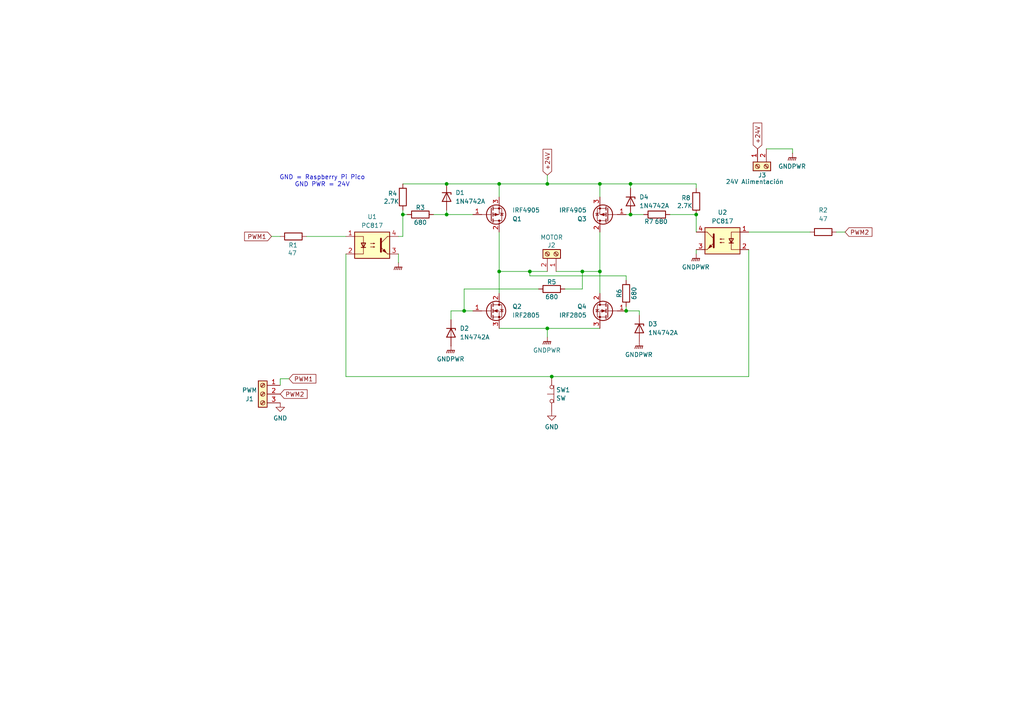
<source format=kicad_sch>
(kicad_sch (version 20231120) (generator "eeschema") (generator_version "8.0")
  (paper "A4")
  (lib_symbols
    (symbol "Connector:Screw_Terminal_01x02" (pin_names (offset 1.016) hide)
      (property "Reference" "J" (at 0 2.54 0))
      (property "Value" "Screw_Terminal_01x02" (at 0 -5.08 0))
      (symbol "Screw_Terminal_01x02_1_1"
        (rectangle (start -1.27 1.27) (end 1.27 -3.81) (stroke (width 0.254)) (fill (type background)))
        (circle (center 0 -2.54) (radius 0.635) (stroke (width 0.1524)))
        (polyline (pts (xy -0.5334 -2.2098) (xy 0.3302 -3.048)) (stroke (width 0.1524)))
        (polyline (pts (xy -0.5334 0.3302) (xy 0.3302 -0.508)) (stroke (width 0.1524)))
        (polyline (pts (xy -0.3556 -2.032) (xy 0.508 -2.8702)) (stroke (width 0.1524)))
        (polyline (pts (xy -0.3556 0.508) (xy 0.508 -0.3302)) (stroke (width 0.1524)))
        (circle (center 0 0) (radius 0.635) (stroke (width 0.1524)))
        (pin passive line (at -5.08 0 0) (length 3.81) (name "Pin_1") (number "1"))
        (pin passive line (at -5.08 -2.54 0) (length 3.81) (name "Pin_2") (number "2"))
      )
    )
    (symbol "Connector:Screw_Terminal_01x03" (pin_names (offset 1.016) hide)
      (property "Reference" "J" (at 0 5.08 0))
      (property "Value" "Screw_Terminal_01x03" (at 0 -5.08 0))
      (symbol "Screw_Terminal_01x03_1_1"
        (rectangle (start -1.27 3.81) (end 1.27 -3.81) (stroke (width 0.254)) (fill (type background)))
        (circle (center 0 -2.54) (radius 0.635) (stroke (width 0.1524)))
        (polyline (pts (xy -0.5334 -2.2098) (xy 0.3302 -3.048)) (stroke (width 0.1524)))
        (polyline (pts (xy -0.5334 0.3302) (xy 0.3302 -0.508)) (stroke (width 0.1524)))
        (polyline (pts (xy -0.5334 2.8702) (xy 0.3302 2.032)) (stroke (width 0.1524)))
        (polyline (pts (xy -0.3556 -2.032) (xy 0.508 -2.8702)) (stroke (width 0.1524)))
        (polyline (pts (xy -0.3556 0.508) (xy 0.508 -0.3302)) (stroke (width 0.1524)))
        (polyline (pts (xy -0.3556 3.048) (xy 0.508 2.2098)) (stroke (width 0.1524)))
        (circle (center 0 0) (radius 0.635) (stroke (width 0.1524)))
        (circle (center 0 2.54) (radius 0.635) (stroke (width 0.1524)))
        (pin passive line (at -5.08 2.54 0) (length 3.81) (name "Pin_1") (number "1"))
        (pin passive line (at -5.08 0 0) (length 3.81) (name "Pin_2") (number "2"))
        (pin passive line (at -5.08 -2.54 0) (length 3.81) (name "Pin_3") (number "3"))
      )
    )
    (symbol "Device:R" (pin_numbers hide) (pin_names (offset 0))
      (property "Reference" "R" (at 2.032 0 90))
      (property "Value" "R" (at 0 0 90))
      (symbol "R_0_1"
        (rectangle (start -1.016 -2.54) (end 1.016 2.54) (stroke (width 0.254)))
      )
      (symbol "R_1_1"
        (pin passive line (at 0 3.81 270) (length 1.27) (name "~") (number "1"))
        (pin passive line (at 0 -3.81 90) (length 1.27) (name "~") (number "2"))
      )
    )
    (symbol "Diode:1N47xxA" (pin_numbers hide) (pin_names hide)
      (property "Reference" "D" (at 0 2.54 0))
      (property "Value" "1N47xxA" (at 0 -2.54 0))
      (symbol "1N47xxA_0_1"
        (polyline (pts (xy 1.27 0) (xy -1.27 0)))
        (polyline (pts (xy -1.27 -1.27) (xy -1.27 1.27) (xy -0.762 1.27)) (stroke (width 0.254)))
        (polyline (pts (xy 1.27 -1.27) (xy 1.27 1.27) (xy -1.27 0) (xy 1.27 -1.27)) (stroke (width 0.254)))
      )
      (symbol "1N47xxA_1_1"
        (pin passive line (at -3.81 0 0) (length 2.54) (name "K") (number "1"))
        (pin passive line (at 3.81 0 180) (length 2.54) (name "A") (number "2"))
      )
    )
    (symbol "Isolator:PC817" (pin_names (offset 1.016))
      (property "Reference" "U" (at -5.08 5.08 0))
      (property "Value" "PC817" (at 0 5.08 0))
      (symbol "PC817_0_1"
        (rectangle (start -5.08 3.81) (end 5.08 -3.81) (stroke (width 0.254)) (fill (type background)))
        (polyline (pts (xy -3.175 -0.635) (xy -1.905 -0.635)) (stroke (width 0.254)))
        (polyline (pts (xy 2.54 0.635) (xy 4.445 2.54)))
        (polyline (pts (xy 4.445 -2.54) (xy 2.54 -0.635)) (fill (type outline)))
        (polyline (pts (xy 4.445 -2.54) (xy 5.08 -2.54)))
        (polyline (pts (xy 4.445 2.54) (xy 5.08 2.54)))
        (polyline (pts (xy -5.08 2.54) (xy -2.54 2.54) (xy -2.54 -0.635)))
        (polyline (pts (xy -2.54 -0.635) (xy -2.54 -2.54) (xy -5.08 -2.54)))
        (polyline (pts (xy 2.54 1.905) (xy 2.54 -1.905) (xy 2.54 -1.905)) (stroke (width 0.508)))
        (polyline (pts (xy -2.54 -0.635) (xy -3.175 0.635) (xy -1.905 0.635) (xy -2.54 -0.635)) (stroke (width 0.254)))
        (polyline (pts (xy -0.508 -0.508) (xy 0.762 -0.508) (xy 0.381 -0.635) (xy 0.381 -0.381) (xy 0.762 -0.508)))
        (polyline (pts (xy -0.508 0.508) (xy 0.762 0.508) (xy 0.381 0.381) (xy 0.381 0.635) (xy 0.762 0.508)))
        (polyline (pts (xy 3.048 -1.651) (xy 3.556 -1.143) (xy 4.064 -2.159) (xy 3.048 -1.651) (xy 3.048 -1.651)) (fill (type outline)))
      )
      (symbol "PC817_1_1"
        (pin passive line (at -7.62 2.54 0) (length 2.54) (name "~") (number "1"))
        (pin passive line (at -7.62 -2.54 0) (length 2.54) (name "~") (number "2"))
        (pin passive line (at 7.62 -2.54 180) (length 2.54) (name "~") (number "3"))
        (pin passive line (at 7.62 2.54 180) (length 2.54) (name "~") (number "4"))
      )
    )
    (symbol "Switch:SW_Push_Open" (pin_numbers hide) (pin_names (offset 1.016) hide)
      (property "Reference" "SW" (at 0 2.54 0))
      (property "Value" "SW_Push_Open" (at 0 -1.905 0))
      (symbol "SW_Push_Open_0_1"
        (circle (center -2.032 0) (radius 0.508))
        (polyline (pts (xy -2.54 -0.635) (xy 2.54 -0.635)))
        (polyline (pts (xy 0 -0.635) (xy 0 1.27)))
        (circle (center 2.032 0) (radius 0.508))
        (pin passive line (at -5.08 0 0) (length 2.54) (name "A") (number "1"))
      )
      (symbol "SW_Push_Open_1_1"
        (pin passive line (at 5.08 0 180) (length 2.54) (name "B") (number "2"))
      )
    )
    (symbol "Transistor_FET:IRF4905" (pin_names hide)
      (property "Reference" "Q" (at 5.08 1.905 0))
      (property "Value" "IRF4905" (at 5.08 0 0))
      (symbol "IRF4905_0_1"
        (polyline (pts (xy 0.254 0) (xy -2.54 0)))
        (polyline (pts (xy 0.254 1.905) (xy 0.254 -1.905)) (stroke (width 0.254)))
        (polyline (pts (xy 0.762 -1.27) (xy 0.762 -2.286)) (stroke (width 0.254)))
        (polyline (pts (xy 0.762 0.508) (xy 0.762 -0.508)) (stroke (width 0.254)))
        (polyline (pts (xy 0.762 2.286) (xy 0.762 1.27)) (stroke (width 0.254)))
        (polyline (pts (xy 2.54 2.54) (xy 2.54 1.778)))
        (polyline (pts (xy 2.54 -2.54) (xy 2.54 0) (xy 0.762 0)))
        (polyline (pts (xy 0.762 1.778) (xy 3.302 1.778) (xy 3.302 -1.778) (xy 0.762 -1.778)))
        (polyline (pts (xy 2.286 0) (xy 1.27 0.381) (xy 1.27 -0.381) (xy 2.286 0)) (fill (type outline)))
        (polyline (pts (xy 2.794 -0.508) (xy 2.921 -0.381) (xy 3.683 -0.381) (xy 3.81 -0.254)))
        (polyline (pts (xy 3.302 -0.381) (xy 2.921 0.254) (xy 3.683 0.254) (xy 3.302 -0.381)))
        (circle (center 1.651 0) (radius 2.794) (stroke (width 0.254)))
        (circle (center 2.54 -1.778) (radius 0.254) (fill (type outline)))
        (circle (center 2.54 1.778) (radius 0.254) (fill (type outline)))
      )
      (symbol "IRF4905_1_1"
        (pin input line (at -5.08 0 0) (length 2.54) (name "G") (number "1"))
        (pin passive line (at 2.54 5.08 270) (length 2.54) (name "D") (number "2"))
        (pin passive line (at 2.54 -5.08 90) (length 2.54) (name "S") (number "3"))
      )
    )
    (symbol "Transistor_FET:IRLZ44N" (pin_names hide)
      (property "Reference" "Q" (at 6.35 1.905 0))
      (property "Value" "IRLZ44N" (at 6.35 0 0))
      (symbol "IRLZ44N_0_1"
        (polyline (pts (xy 0.254 0) (xy -2.54 0)))
        (polyline (pts (xy 0.254 1.905) (xy 0.254 -1.905)) (stroke (width 0.254)))
        (polyline (pts (xy 0.762 -1.27) (xy 0.762 -2.286)) (stroke (width 0.254)))
        (polyline (pts (xy 0.762 0.508) (xy 0.762 -0.508)) (stroke (width 0.254)))
        (polyline (pts (xy 0.762 2.286) (xy 0.762 1.27)) (stroke (width 0.254)))
        (polyline (pts (xy 2.54 2.54) (xy 2.54 1.778)))
        (polyline (pts (xy 2.54 -2.54) (xy 2.54 0) (xy 0.762 0)))
        (polyline (pts (xy 0.762 -1.778) (xy 3.302 -1.778) (xy 3.302 1.778) (xy 0.762 1.778)))
        (polyline (pts (xy 1.016 0) (xy 2.032 0.381) (xy 2.032 -0.381) (xy 1.016 0)) (fill (type outline)))
        (polyline (pts (xy 2.794 0.508) (xy 2.921 0.381) (xy 3.683 0.381) (xy 3.81 0.254)))
        (polyline (pts (xy 3.302 0.381) (xy 2.921 -0.254) (xy 3.683 -0.254) (xy 3.302 0.381)))
        (circle (center 1.651 0) (radius 2.794) (stroke (width 0.254)))
        (circle (center 2.54 -1.778) (radius 0.254) (fill (type outline)))
        (circle (center 2.54 1.778) (radius 0.254) (fill (type outline)))
      )
      (symbol "IRLZ44N_1_1"
        (pin input line (at -5.08 0 0) (length 2.54) (name "G") (number "1"))
        (pin passive line (at 2.54 5.08 270) (length 2.54) (name "D") (number "2"))
        (pin passive line (at 2.54 -5.08 90) (length 2.54) (name "S") (number "3"))
      )
    )
    (symbol "power:GND" (power) (pin_names (offset 0))
      (property "Value" "GND" (at 0 -3.81 0))
      (symbol "GND_0_1"
        (polyline (pts (xy 0 0) (xy 0 -1.27) (xy 1.27 -1.27) (xy 0 -2.54) (xy -1.27 -1.27) (xy 0 -1.27)))
      )
      (symbol "GND_1_1"
        (pin power_in line (at 0 0 270) (length 0) hide (name "GND") (number "1"))
      )
    )
    (symbol "power:GNDPWR" (power) (pin_numbers hide) (pin_names (offset 0) hide)
      (property "Value" "GNDPWR" (at 0 -3.302 0))
      (symbol "GNDPWR_0_1"
        (polyline (pts (xy 0 -1.27) (xy 0 0)))
        (polyline (pts (xy -1.016 -1.27) (xy -1.27 -2.032) (xy -1.27 -2.032)) (stroke (width 0.2032)))
        (polyline (pts (xy -0.508 -1.27) (xy -0.762 -2.032) (xy -0.762 -2.032)) (stroke (width 0.2032)))
        (polyline (pts (xy 0 -1.27) (xy -0.254 -2.032) (xy -0.254 -2.032)) (stroke (width 0.2032)))
        (polyline (pts (xy 0.508 -1.27) (xy 0.254 -2.032) (xy 0.254 -2.032)) (stroke (width 0.2032)))
        (polyline (pts (xy 1.016 -1.27) (xy -1.016 -1.27) (xy -1.016 -1.27)) (stroke (width 0.2032)))
        (polyline (pts (xy 1.016 -1.27) (xy 0.762 -2.032) (xy 0.762 -2.032) (xy 0.762 -2.032)) (stroke (width 0.2032)))
      )
      (symbol "GNDPWR_1_1"
        (pin power_in line (at 0 0 270) (length 0) (name "~") (number "1"))
      )
    )
  )
  (junction (at 173.99 53.34))
  (junction (at 134.62 90.17))
  (junction (at 144.78 78.74))
  (junction (at 129.54 62.23))
  (junction (at 153.67 78.74))
  (junction (at 173.99 78.74))
  (junction (at 168.91 78.74))
  (junction (at 182.88 62.23))
  (junction (at 158.75 53.34))
  (junction (at 181.61 90.17))
  (junction (at 182.88 53.34))
  (junction (at 129.54 53.34))
  (junction (at 201.93 62.23))
  (junction (at 116.84 62.23))
  (junction (at 144.78 53.34))
  (junction (at 160.02 109.22))
  (junction (at 158.75 95.25))
  (wire (pts (xy 116.84 53.34) (xy 129.54 53.34)))
  (wire (pts (xy 116.84 62.23) (xy 118.11 62.23)))
  (wire (pts (xy 129.54 62.23) (xy 137.16 62.23)))
  (wire (pts (xy 153.67 80.01) (xy 153.67 78.74)))
  (wire (pts (xy 217.17 72.39) (xy 217.17 109.22)))
  (wire (pts (xy 129.54 60.96) (xy 129.54 62.23)))
  (wire (pts (xy 229.87 43.18) (xy 229.87 44.45)))
  (wire (pts (xy 125.73 62.23) (xy 129.54 62.23)))
  (wire (pts (xy 115.57 68.58) (xy 116.84 68.58)))
  (wire (pts (xy 217.17 67.31) (xy 234.95 67.31)))
  (wire (pts (xy 160.02 109.22) (xy 217.17 109.22)))
  (wire (pts (xy 144.78 78.74) (xy 144.78 85.09)))
  (wire (pts (xy 100.33 109.22) (xy 100.33 73.66)))
  (wire (pts (xy 81.28 109.855) (xy 83.82 109.855)))
  (wire (pts (xy 158.75 95.25) (xy 173.99 95.25)))
  (wire (pts (xy 173.99 67.31) (xy 173.99 78.74)))
  (wire (pts (xy 137.16 90.17) (xy 134.62 90.17)))
  (wire (pts (xy 181.61 90.17) (xy 181.61 88.9)))
  (wire (pts (xy 222.25 43.18) (xy 229.87 43.18)))
  (wire (pts (xy 201.93 72.39) (xy 201.93 73.66)))
  (wire (pts (xy 173.99 53.34) (xy 173.99 57.15)))
  (wire (pts (xy 168.91 78.74) (xy 168.91 83.82)))
  (wire (pts (xy 201.93 54.61) (xy 201.93 53.34)))
  (wire (pts (xy 116.84 62.23) (xy 116.84 68.58)))
  (wire (pts (xy 144.78 67.31) (xy 144.78 78.74)))
  (wire (pts (xy 161.29 78.74) (xy 168.91 78.74)))
  (wire (pts (xy 194.31 62.23) (xy 201.93 62.23)))
  (wire (pts (xy 181.61 80.01) (xy 153.67 80.01)))
  (wire (pts (xy 182.88 62.23) (xy 186.69 62.23)))
  (wire (pts (xy 153.67 78.74) (xy 158.75 78.74)))
  (wire (pts (xy 144.78 78.74) (xy 153.67 78.74)))
  (wire (pts (xy 81.28 111.76) (xy 81.28 109.855)))
  (wire (pts (xy 160.02 109.22) (xy 100.33 109.22)))
  (wire (pts (xy 182.88 53.34) (xy 173.99 53.34)))
  (wire (pts (xy 201.93 53.34) (xy 182.88 53.34)))
  (wire (pts (xy 173.99 85.09) (xy 173.99 78.74)))
  (wire (pts (xy 182.88 54.61) (xy 182.88 53.34)))
  (wire (pts (xy 130.81 90.17) (xy 130.81 92.71)))
  (wire (pts (xy 134.62 83.82) (xy 156.21 83.82)))
  (wire (pts (xy 158.75 53.34) (xy 173.99 53.34)))
  (wire (pts (xy 158.75 97.79) (xy 158.75 95.25)))
  (wire (pts (xy 181.61 81.28) (xy 181.61 80.01)))
  (wire (pts (xy 144.78 53.34) (xy 158.75 53.34)))
  (wire (pts (xy 163.83 83.82) (xy 168.91 83.82)))
  (wire (pts (xy 115.57 73.66) (xy 115.57 76.2)))
  (wire (pts (xy 129.54 53.34) (xy 144.78 53.34)))
  (wire (pts (xy 116.84 60.96) (xy 116.84 62.23)))
  (wire (pts (xy 201.93 62.23) (xy 201.93 67.31)))
  (wire (pts (xy 134.62 90.17) (xy 130.81 90.17)))
  (wire (pts (xy 185.42 90.17) (xy 185.42 91.44)))
  (wire (pts (xy 144.78 53.34) (xy 144.78 57.15)))
  (wire (pts (xy 134.62 90.17) (xy 134.62 83.82)))
  (wire (pts (xy 144.78 95.25) (xy 158.75 95.25)))
  (wire (pts (xy 158.75 50.8) (xy 158.75 53.34)))
  (wire (pts (xy 181.61 62.23) (xy 182.88 62.23)))
  (wire (pts (xy 88.9 68.58) (xy 100.33 68.58)))
  (wire (pts (xy 242.57 67.31) (xy 245.11 67.31)))
  (wire (pts (xy 168.91 78.74) (xy 173.99 78.74)))
  (wire (pts (xy 181.61 90.17) (xy 185.42 90.17)))
  (wire (pts (xy 78.74 68.58) (xy 81.28 68.58)))
  (text "GND = Raspberry Pi Pico\nGND PWR = 24V" (at 93.472 52.578 0) (effects (font (size 1.27 1.27))))
  (global_label "PWM2" (shape input) (at 245.11 67.31 0) (property "Intersheetrefs" "${INTERSHEET_REFS}" (effects (hide yes))))
  (global_label "PWM1" (shape input) (at 83.82 109.855 0) (property "Intersheetrefs" "${INTERSHEET_REFS}" (effects (hide yes))))
  (global_label "+24V" (shape input) (at 219.71 43.18 90) (property "Intersheetrefs" "${INTERSHEET_REFS}" (effects (hide yes))))
  (global_label "PWM1" (shape input) (at 78.74 68.58 180) (property "Intersheetrefs" "${INTERSHEET_REFS}" (effects (hide yes))))
  (global_label "PWM2" (shape input) (at 81.28 114.3 0) (property "Intersheetrefs" "${INTERSHEET_REFS}" (effects (hide yes))))
  (global_label "+24V" (shape input) (at 158.75 50.8 90) (property "Intersheetrefs" "${INTERSHEET_REFS}" (effects (hide yes))))
  (symbol (lib_id "Device:R") (at 85.09 68.58 90) (unit 1)
    (property "Reference" "R1" (at 86.36 71.12 90) (effects (justify left)))
    (property "Value" "47" (at 86.106 73.406 90) (effects (justify left)))
    (property "Footprint" "Resistor_THT:R_Axial_DIN0309_L9.0mm_D3.2mm_P12.70mm_Horizontal" (effects (hide yes)))
  )
  (symbol (lib_id "Switch:SW_Push_Open") (at 160.02 114.3 90) (unit 1)
    (property "Reference" "SW1" (at 161.29 113.0878 90) (effects (justify right)))
    (property "Value" "SW" (at 161.29 115.5121 90) (effects (justify right)))
    (property "Footprint" "Connector_PinHeader_2.54mm:PinHeader_1x02_P2.54mm_Vertical" (effects (hide yes)))
  )
  (symbol (lib_id "power:GNDPWR") (at 185.42 99.06 0) (unit 1)
    (property "Reference" "#PWR07" (effects (hide yes)))
    (property "Value" "GNDPWR" (at 185.293 102.87 0))
    (property "Description" "Power symbol creates a global label with name \"GNDPWR\" , global ground" (effects (hide yes)))
  )
  (symbol (lib_id "power:GND") (at 160.02 119.38 0) (unit 1)
    (property "Reference" "#PWR05" (effects (hide yes)))
    (property "Value" "GND" (at 160.02 123.825 0))
  )
  (symbol (lib_id "Transistor_FET:IRF4905") (at 142.24 62.23 0) (mirror x) (unit 1)
    (property "Reference" "Q1" (at 148.59 63.5 0) (effects (justify left)))
    (property "Value" "IRF4905" (at 148.59 60.96 0) (effects (justify left)))
    (property "Footprint" "Package_TO_SOT_THT:TO-220-3_Vertical" (effects (hide yes)))
    (property "Datasheet" "http://www.infineon.com/dgdl/irf4905.pdf?fileId=5546d462533600a4015355e32165197c" (effects (hide yes)))
  )
  (symbol (lib_id "Device:R") (at 160.02 83.82 90) (unit 1)
    (property "Reference" "R5" (at 160.02 81.788 90))
    (property "Value" "680" (at 160.02 86.106 90))
    (property "Footprint" "Resistor_THT:R_Axial_DIN0309_L9.0mm_D3.2mm_P12.70mm_Horizontal" (effects (hide yes)))
    (property "Description" "Resistor" (effects (hide yes)))
  )
  (symbol (lib_id "power:GNDPWR") (at 229.87 44.45 0) (unit 1)
    (property "Reference" "#PWR06" (effects (hide yes)))
    (property "Value" "GNDPWR" (at 229.743 48.26 0))
    (property "Description" "Power symbol creates a global label with name \"GNDPWR\" , global ground" (effects (hide yes)))
  )
  (symbol (lib_id "Connector:Screw_Terminal_01x03") (at 76.2 114.3 0) (mirror y) (unit 1)
    (property "Reference" "J1" (at 72.39 115.697 0))
    (property "Value" "PWM" (at 72.39 113.157 0))
    (property "Footprint" "Connector_PinHeader_2.54mm:PinHeader_1x03_P2.54mm_Vertical" (effects (hide yes)))
  )
  (symbol (lib_id "power:GNDPWR") (at 158.75 97.79 0) (unit 1)
    (property "Reference" "#PWR04" (effects (hide yes)))
    (property "Value" "GNDPWR" (at 158.623 101.6 0))
    (property "Description" "Power symbol creates a global label with name \"GNDPWR\" , global ground" (effects (hide yes)))
  )
  (symbol (lib_id "Diode:1N47xxA") (at 182.88 58.42 270) (unit 1)
    (property "Reference" "D4" (at 185.42 57.1499 90) (effects (justify left)))
    (property "Value" "1N4742A" (at 185.42 59.6899 90) (effects (justify left)))
    (property "Footprint" "Diode_THT:D_DO-41_SOD81_P10.16mm_Horizontal" (effects (hide yes)))
    (property "Datasheet" "https://www.vishay.com/docs/85816/1n4728a.pdf" (effects (hide yes)))
    (property "Description" "1300mW Silicon planar power Zener diodes, DO-41" (effects (hide yes)))
  )
  (symbol (lib_id "power:GND") (at 81.28 116.84 0) (unit 1)
    (property "Reference" "#PWR02" (effects (hide yes)))
    (property "Value" "GND" (at 81.28 121.285 0))
  )
  (symbol (lib_id "Device:R") (at 116.84 57.15 0) (unit 1)
    (property "Reference" "R4" (at 112.522 56.134 0) (effects (justify left)))
    (property "Value" "2.7K" (at 111.252 58.42 0) (effects (justify left)))
    (property "Footprint" "Resistor_THT:R_Axial_DIN0309_L9.0mm_D3.2mm_P12.70mm_Horizontal" (effects (hide yes)))
    (property "Description" "Resistor" (effects (hide yes)))
  )
  (symbol (lib_id "Device:R") (at 201.93 58.42 0) (unit 1)
    (property "Reference" "R8" (at 197.612 57.404 0) (effects (justify left)))
    (property "Value" "2.7K" (at 196.342 59.69 0) (effects (justify left)))
    (property "Footprint" "Resistor_THT:R_Axial_DIN0309_L9.0mm_D3.2mm_P12.70mm_Horizontal" (effects (hide yes)))
    (property "Description" "Resistor" (effects (hide yes)))
  )
  (symbol (lib_id "Transistor_FET:IRLZ44N") (at 142.24 90.17 0) (unit 1)
    (property "Reference" "Q2" (at 148.59 88.8999 0) (effects (justify left)))
    (property "Value" "IRF2805" (at 148.59 91.4399 0) (effects (justify left)))
    (property "Footprint" "Package_TO_SOT_THT:TO-220-3_Vertical" (effects (hide yes)))
    (property "Datasheet" "http://www.irf.com/product-info/datasheets/data/irlz44n.pdf" (effects (hide yes)))
  )
  (symbol (lib_id "power:GNDPWR") (at 115.57 76.2 0) (unit 1)
    (property "Reference" "#PWR03" (effects (hide yes)))
    (property "Value" "GNDPWR" (effects (hide yes)))
    (property "Description" "Power symbol creates a global label with name \"GNDPWR\" , global ground" (effects (hide yes)))
  )
  (symbol (lib_id "power:GNDPWR") (at 201.93 73.66 0) (unit 1)
    (property "Reference" "#PWR010" (effects (hide yes)))
    (property "Value" "GNDPWR" (at 201.803 77.47 0))
    (property "Description" "Power symbol creates a global label with name \"GNDPWR\" , global ground" (effects (hide yes)))
  )
  (symbol (lib_id "Diode:1N47xxA") (at 129.54 57.15 270) (unit 1)
    (property "Reference" "D1" (at 132.08 55.8799 90) (effects (justify left)))
    (property "Value" "1N4742A" (at 132.08 58.4199 90) (effects (justify left)))
    (property "Footprint" "Diode_THT:D_DO-41_SOD81_P10.16mm_Horizontal" (effects (hide yes)))
    (property "Datasheet" "https://www.vishay.com/docs/85816/1n4728a.pdf" (effects (hide yes)))
    (property "Description" "1300mW Silicon planar power Zener diodes, DO-41" (effects (hide yes)))
  )
  (symbol (lib_id "Device:R") (at 121.92 62.23 90) (unit 1)
    (property "Reference" "R3" (at 121.92 60.198 90))
    (property "Value" "680" (at 121.92 64.516 90))
    (property "Footprint" "Resistor_THT:R_Axial_DIN0309_L9.0mm_D3.2mm_P12.70mm_Horizontal" (effects (hide yes)))
    (property "Description" "Resistor" (effects (hide yes)))
  )
  (symbol (lib_id "Device:R") (at 181.61 85.09 180) (unit 1)
    (property "Reference" "R6" (at 179.578 85.09 90))
    (property "Value" "680" (at 183.896 85.09 90))
    (property "Footprint" "Resistor_THT:R_Axial_DIN0309_L9.0mm_D3.2mm_P12.70mm_Horizontal" (effects (hide yes)))
    (property "Description" "Resistor" (effects (hide yes)))
  )
  (symbol (lib_id "Connector:Screw_Terminal_01x02") (at 161.29 73.66 270) (mirror x) (unit 1)
    (property "Reference" "J2" (at 158.75 71.12 90) (effects (justify left)))
    (property "Value" "MOTOR" (at 156.718 68.834 90) (effects (justify left)))
    (property "Footprint" "TerminalBlock_Dinkle:TerminalBlock_Dinkle_DT-55-B01X-02_P10.00mm" (effects (hide yes)))
  )
  (symbol (lib_id "Diode:1N47xxA") (at 130.81 96.52 270) (unit 1)
    (property "Reference" "D2" (at 133.35 95.2499 90) (effects (justify left)))
    (property "Value" "1N4742A" (at 133.35 97.7899 90) (effects (justify left)))
    (property "Footprint" "Diode_THT:D_DO-41_SOD81_P10.16mm_Horizontal" (effects (hide yes)))
    (property "Datasheet" "https://www.vishay.com/docs/85816/1n4728a.pdf" (effects (hide yes)))
    (property "Description" "1300mW Silicon planar power Zener diodes, DO-41" (effects (hide yes)))
  )
  (symbol (lib_id "Device:R") (at 238.76 67.31 90) (unit 1)
    (property "Reference" "R2" (at 238.76 60.96 90))
    (property "Value" "47" (at 238.76 63.5 90))
    (property "Footprint" "Resistor_THT:R_Axial_DIN0309_L9.0mm_D3.2mm_P12.70mm_Horizontal" (effects (hide yes)))
    (property "Description" "Resistor" (effects (hide yes)))
  )
  (symbol (lib_id "Transistor_FET:IRLZ44N") (at 176.53 90.17 0) (mirror y) (unit 1)
    (property "Reference" "Q4" (at 170.18 88.9 0) (effects (justify left)))
    (property "Value" "IRF2805" (at 170.18 91.44 0) (effects (justify left)))
    (property "Footprint" "Package_TO_SOT_THT:TO-220-3_Vertical" (effects (hide yes)))
    (property "Datasheet" "http://www.irf.com/product-info/datasheets/data/irlz44n.pdf" (effects (hide yes)))
  )
  (symbol (lib_id "Device:R") (at 190.5 62.23 90) (unit 1)
    (property "Reference" "R7" (at 188.214 64.262 90))
    (property "Value" "680" (at 191.77 64.262 90))
    (property "Footprint" "Resistor_THT:R_Axial_DIN0309_L9.0mm_D3.2mm_P12.70mm_Horizontal" (effects (hide yes)))
    (property "Description" "Resistor" (effects (hide yes)))
  )
  (symbol (lib_id "Connector:Screw_Terminal_01x02") (at 219.71 48.26 90) (mirror x) (unit 1)
    (property "Reference" "J3" (at 222.25 50.8 90) (effects (justify left)))
    (property "Value" "24V Alimentación" (at 227.33 52.705 90) (effects (justify left)))
    (property "Footprint" "TerminalBlock_Dinkle:TerminalBlock_Dinkle_DT-55-B01X-02_P10.00mm" (effects (hide yes)))
  )
  (symbol (lib_id "power:GNDPWR") (at 130.81 100.33 0) (unit 1)
    (property "Reference" "#PWR01" (effects (hide yes)))
    (property "Value" "GNDPWR" (at 130.683 104.14 0))
    (property "Description" "Power symbol creates a global label with name \"GNDPWR\" , global ground" (effects (hide yes)))
  )
  (symbol (lib_id "Transistor_FET:IRF4905") (at 176.53 62.23 180) (unit 1)
    (property "Reference" "Q3" (at 170.18 63.5 0) (effects (justify left)))
    (property "Value" "IRF4905" (at 170.18 60.96 0) (effects (justify left)))
    (property "Footprint" "Package_TO_SOT_THT:TO-220-3_Vertical" (effects (hide yes)))
    (property "Datasheet" "http://www.infineon.com/dgdl/irf4905.pdf?fileId=5546d462533600a4015355e32165197c" (effects (hide yes)))
  )
  (symbol (lib_id "Isolator:PC817") (at 209.55 69.85 0) (mirror y) (unit 1)
    (property "Reference" "U2" (at 209.55 61.595 0))
    (property "Value" "PC817" (at 209.55 64.135 0))
    (property "Footprint" "Package_DIP:DIP-4_W7.62mm" (effects (hide yes)))
    (property "Datasheet" "http://www.soselectronic.cz/a_info/resource/d/pc817.pdf" (effects (hide yes)))
  )
  (symbol (lib_id "Isolator:PC817") (at 107.95 71.12 0) (unit 1)
    (property "Reference" "U1" (at 107.95 62.865 0))
    (property "Value" "PC817" (at 107.95 65.405 0))
    (property "Footprint" "Package_DIP:DIP-4_W7.62mm" (effects (hide yes)))
    (property "Datasheet" "http://www.soselectronic.cz/a_info/resource/d/pc817.pdf" (effects (hide yes)))
  )
  (symbol (lib_id "Diode:1N47xxA") (at 185.42 95.25 270) (unit 1)
    (property "Reference" "D3" (at 187.96 93.9799 90) (effects (justify left)))
    (property "Value" "1N4742A" (at 187.96 96.5199 90) (effects (justify left)))
    (property "Footprint" "Diode_THT:D_DO-41_SOD81_P10.16mm_Horizontal" (effects (hide yes)))
    (property "Datasheet" "https://www.vishay.com/docs/85816/1n4728a.pdf" (effects (hide yes)))
    (property "Description" "1300mW Silicon planar power Zener diodes, DO-41" (effects (hide yes)))
  )
)
</source>
